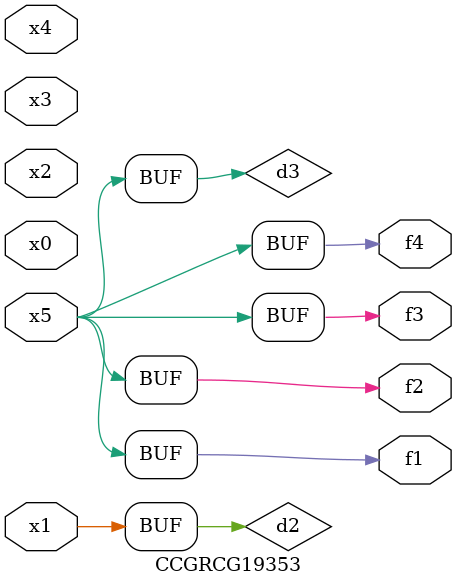
<source format=v>
module CCGRCG19353(
	input x0, x1, x2, x3, x4, x5,
	output f1, f2, f3, f4
);

	wire d1, d2, d3;

	not (d1, x5);
	or (d2, x1);
	xnor (d3, d1);
	assign f1 = d3;
	assign f2 = d3;
	assign f3 = d3;
	assign f4 = d3;
endmodule

</source>
